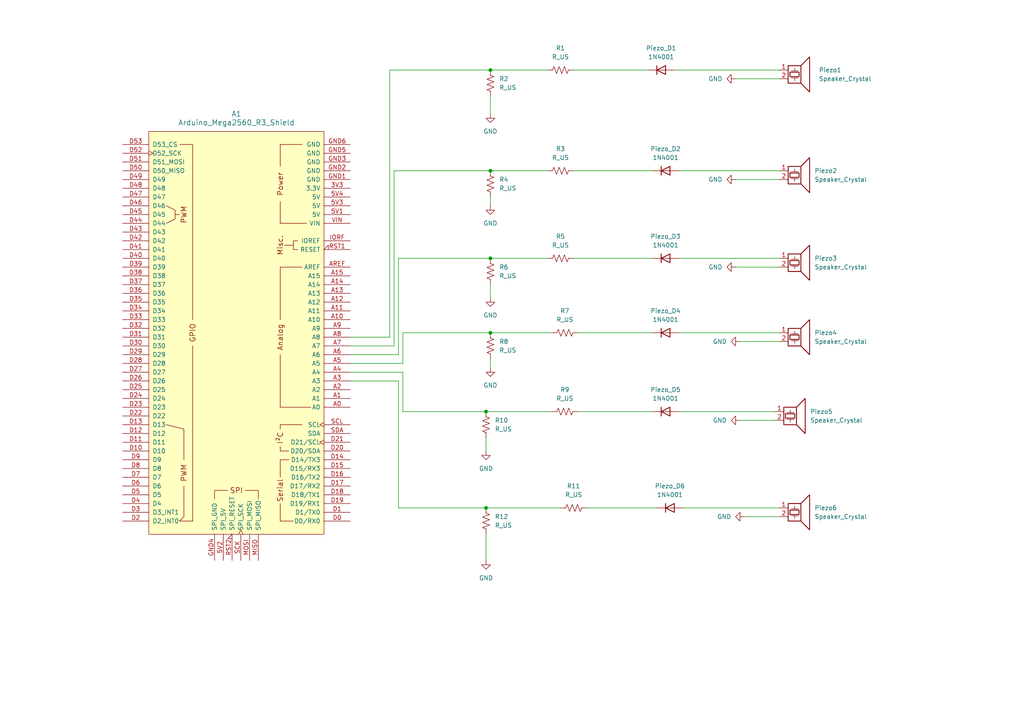
<source format=kicad_sch>
(kicad_sch (version 20230121) (generator eeschema)
  (paper "A4")
  (title_block (title "ENT3320_Schematic"))
  (lib_symbols
    (symbol "Device:R_US" (pin_numbers hide) (pin_names (offset 0))
      (property "Reference" "R" (at 2.54 0 90))
      (property "Value" "R_US" (at -2.54 0 90))
      (symbol "R_US_0_1"
        (polyline (pts (xy 0 -2.286) (xy 0 -2.54)))
        (polyline (pts (xy 0 2.286) (xy 0 2.54)))
        (polyline (pts (xy 0 -0.762) (xy 1.016 -1.143) (xy 0 -1.524) (xy -1.016 -1.905) (xy 0 -2.286)))
        (polyline (pts (xy 0 0.762) (xy 1.016 0.381) (xy 0 0) (xy -1.016 -0.381) (xy 0 -0.762)))
        (polyline (pts (xy 0 2.286) (xy 1.016 1.905) (xy 0 1.524) (xy -1.016 1.143) (xy 0 0.762)))
      )
      (symbol "R_US_1_1"
        (pin passive line (at 0 3.81 270) (length 1.27) (name "~") (number "1"))
        (pin passive line (at 0 -3.81 90) (length 1.27) (name "~") (number "2"))
      )
    )
    (symbol "Device:Speaker_Crystal" (pin_names (offset 0) hide)
      (property "Reference" "LS" (at 0.635 5.715 0))
      (property "Value" "Speaker_Crystal" (at 0.635 3.81 0))
      (symbol "Speaker_Crystal_0_0"
        (rectangle (start -2.54 1.27) (end 1.143 -3.81) (stroke (width 0.254)))
        (rectangle (start -2.032 -0.635) (end 0.635 -1.905) (stroke (width 0.254)))
        (polyline (pts (xy -1.651 -2.286) (xy 0.381 -2.286)))
        (polyline (pts (xy -1.651 -0.254) (xy 0.381 -0.254)))
        (polyline (pts (xy -0.635 -2.286) (xy -0.635 -3.048)))
        (polyline (pts (xy -0.635 -0.254) (xy -0.635 0.508)))
        (polyline (pts (xy 1.143 1.27) (xy 3.683 3.81) (xy 3.683 -6.35) (xy 1.143 -3.81)) (stroke (width 0.254)))
      )
      (symbol "Speaker_Crystal_1_1"
        (pin input line (at -5.08 0 0) (length 2.54) (name "1") (number "1"))
        (pin input line (at -5.08 -2.54 0) (length 2.54) (name "2") (number "2"))
      )
    )
    (symbol "Diode:1N4001" (pin_numbers hide) (pin_names hide)
      (property "Reference" "D" (at 0 2.54 0))
      (property "Value" "1N4001" (at 0 -2.54 0))
      (symbol "1N4001_0_1"
        (polyline (pts (xy -1.27 1.27) (xy -1.27 -1.27)) (stroke (width 0.254)))
        (polyline (pts (xy 1.27 0) (xy -1.27 0)))
        (polyline (pts (xy 1.27 1.27) (xy 1.27 -1.27) (xy -1.27 0) (xy 1.27 1.27)) (stroke (width 0.254)))
      )
      (symbol "1N4001_1_1"
        (pin passive line (at -3.81 0 0) (length 2.54) (name "K") (number "1"))
        (pin passive line (at 3.81 0 180) (length 2.54) (name "A") (number "2"))
      )
    )
    (symbol "PCM_arduino-library:Arduino_Mega2560_R3_Shield" (pin_names (offset 1.016))
      (property "Reference" "A" (at 0 -62.23 0))
      (property "Value" "Arduino_Mega2560_R3_Shield" (at 0 -66.04 0))
      (symbol "Arduino_Mega2560_R3_Shield_0_0"
        (rectangle (start -25.4 -58.42) (end 25.4 58.42) (fill (type background)))
        (rectangle (start -20.32 -31.75) (end -12.7 -31.75))
        (rectangle (start -19.05 -54.61) (end -12.7 -54.61))
        (rectangle (start -19.05 -19.05) (end -12.7 -19.05))
        (rectangle (start -19.05 26.67) (end -12.7 26.67))
        (rectangle (start -17.78 -26.67) (end -16.51 -26.67))
        (rectangle (start -17.78 -24.13) (end -16.51 -24.13))
        (rectangle (start -16.51 -25.4) (end -13.97 -25.4))
        (rectangle (start -16.51 -24.13) (end -16.51 -26.67))
        (rectangle (start -16.51 54.61) (end -12.7 54.61))
        (rectangle (start -15.24 34.29) (end -12.7 34.29))
        (rectangle (start -15.24 36.83) (end -12.7 36.83))
        (rectangle (start -12.7 -54.61) (end -12.7 -48.26))
        (rectangle (start -12.7 -31.75) (end -12.7 -38.1))
        (rectangle (start -12.7 26.67) (end -12.7 27.94))
        (rectangle (start -12.7 34.29) (end -12.7 33.02))
        (rectangle (start -12.7 41.91) (end -12.7 36.83))
        (rectangle (start -12.7 49.53) (end -12.7 54.61))
        (rectangle (start -6.35 48.26) (end -6.35 45.72))
        (rectangle (start -2.54 45.72) (end -6.35 45.72))
        (polyline (pts (xy -21.59 21.59) (xy -12.7 21.59)))
        (polyline (pts (xy -12.7 -19.05) (xy -12.7 -3.81)))
        (polyline (pts (xy -12.7 6.35) (xy -12.7 21.59)))
        (polyline (pts (xy 12.7 -54.61) (xy 16.51 -54.61)))
        (polyline (pts (xy 12.7 54.61) (xy 16.51 54.61)))
        (polyline (pts (xy 17.78 -34.29) (xy 16.51 -34.29)))
        (polyline (pts (xy 15.24 36.83) (xy 15.24 27.94) (xy 20.32 26.67)))
        (polyline (pts (xy 15.24 44.45) (xy 15.24 53.34) (xy 16.51 54.61)))
        (polyline (pts (xy 20.32 -31.75) (xy 17.78 -33.02) (xy 17.78 -35.56) (xy 20.32 -36.83)))
        (rectangle (start 6.35 45.72) (end 2.54 45.72))
        (rectangle (start 6.35 48.26) (end 6.35 45.72))
        (text "Analog" (at -12.7 1.27 900) (effects (font (size 1.524 1.524))))
        (text "I²C" (at -12.7 30.48 900) (effects (font (size 1.524 1.524))))
        (text "Misc." (at -12.7 -25.4 900) (effects (font (size 1.524 1.524))))
        (text "Power" (at -12.7 -43.18 900) (effects (font (size 1.524 1.524))))
        (text "PWM" (at 15.24 -34.29 900) (effects (font (size 1.524 1.524))))
        (text "PWM" (at 15.24 40.64 900) (effects (font (size 1.524 1.524))))
        (text "Serial" (at -12.7 45.72 900) (effects (font (size 1.524 1.524))))
        (text "SPI" (at 0 45.72 0) (effects (font (size 1.524 1.524))))
      )
      (symbol "Arduino_Mega2560_R3_Shield_1_0"
        (rectangle (start 12.7 -54.61) (end 12.7 -3.81))
        (rectangle (start 12.7 54.61) (end 12.7 3.81))
        (text "GPIO" (at 12.7 0 900) (effects (font (size 1.524 1.524))))
      )
      (symbol "Arduino_Mega2560_R3_Shield_1_1"
        (pin power_out line (at -33.02 -41.91 0) (length 7.62) (name "3.3V") (number "3V3"))
        (pin power_in line (at -33.02 -34.29 0) (length 7.62) (name "5V") (number "5V1"))
        (pin power_in line (at 3.81 66.04 270) (length 7.62) (name "SPI_5V") (number "5V2"))
        (pin power_in line (at -33.02 -36.83 0) (length 7.62) (name "5V") (number "5V3"))
        (pin power_in line (at -33.02 -39.37 0) (length 7.62) (name "5V") (number "5V4"))
        (pin bidirectional line (at -33.02 21.59 0) (length 7.62) (name "A0") (number "A0"))
        (pin bidirectional line (at -33.02 19.05 0) (length 7.62) (name "A1") (number "A1"))
        (pin bidirectional line (at -33.02 -3.81 0) (length 7.62) (name "A10") (number "A10"))
        (pin bidirectional line (at -33.02 -6.35 0) (length 7.62) (name "A11") (number "A11"))
        (pin bidirectional line (at -33.02 -8.89 0) (length 7.62) (name "A12") (number "A12"))
        (pin bidirectional line (at -33.02 -11.43 0) (length 7.62) (name "A13") (number "A13"))
        (pin bidirectional line (at -33.02 -13.97 0) (length 7.62) (name "A14") (number "A14"))
        (pin bidirectional line (at -33.02 -16.51 0) (length 7.62) (name "A15") (number "A15"))
        (pin bidirectional line (at -33.02 16.51 0) (length 7.62) (name "A2") (number "A2"))
        (pin bidirectional line (at -33.02 13.97 0) (length 7.62) (name "A3") (number "A3"))
        (pin bidirectional line (at -33.02 11.43 0) (length 7.62) (name "A4") (number "A4"))
        (pin bidirectional line (at -33.02 8.89 0) (length 7.62) (name "A5") (number "A5"))
        (pin bidirectional line (at -33.02 6.35 0) (length 7.62) (name "A6") (number "A6"))
        (pin bidirectional line (at -33.02 3.81 0) (length 7.62) (name "A7") (number "A7"))
        (pin bidirectional line (at -33.02 1.27 0) (length 7.62) (name "A8") (number "A8"))
        (pin bidirectional line (at -33.02 -1.27 0) (length 7.62) (name "A9") (number "A9"))
        (pin input line (at -33.02 -19.05 0) (length 7.62) (name "AREF") (number "AREF"))
        (pin bidirectional line (at -33.02 54.61 0) (length 7.62) (name "D0/RX0") (number "D0"))
        (pin bidirectional line (at -33.02 52.07 0) (length 7.62) (name "D1/TX0") (number "D1"))
        (pin bidirectional line (at 33.02 34.29 180) (length 7.62) (name "D10") (number "D10"))
        (pin bidirectional line (at 33.02 31.75 180) (length 7.62) (name "D11") (number "D11"))
        (pin bidirectional line (at 33.02 29.21 180) (length 7.62) (name "D12") (number "D12"))
        (pin bidirectional line (at 33.02 26.67 180) (length 7.62) (name "D13") (number "D13"))
        (pin bidirectional line (at -33.02 36.83 0) (length 7.62) (name "D14/TX3") (number "D14"))
        (pin bidirectional line (at -33.02 39.37 0) (length 7.62) (name "D15/RX3") (number "D15"))
        (pin bidirectional line (at -33.02 41.91 0) (length 7.62) (name "D16/TX2") (number "D16"))
        (pin bidirectional line (at -33.02 44.45 0) (length 7.62) (name "D17/RX2") (number "D17"))
        (pin bidirectional line (at -33.02 46.99 0) (length 7.62) (name "D18/TX1") (number "D18"))
        (pin bidirectional line (at -33.02 49.53 0) (length 7.62) (name "D19/RX1") (number "D19"))
        (pin bidirectional line (at 33.02 54.61 180) (length 7.62) (name "D2_INT0") (number "D2"))
        (pin bidirectional line (at -33.02 34.29 0) (length 7.62) (name "D20/SDA") (number "D20"))
        (pin bidirectional clock (at -33.02 31.75 0) (length 7.62) (name "D21/SCL") (number "D21"))
        (pin bidirectional line (at 33.02 24.13 180) (length 7.62) (name "D22") (number "D22"))
        (pin bidirectional line (at 33.02 21.59 180) (length 7.62) (name "D23") (number "D23"))
        (pin bidirectional line (at 33.02 19.05 180) (length 7.62) (name "D24") (number "D24"))
        (pin bidirectional line (at 33.02 16.51 180) (length 7.62) (name "D25") (number "D25"))
        (pin bidirectional line (at 33.02 13.97 180) (length 7.62) (name "D26") (number "D26"))
        (pin bidirectional line (at 33.02 11.43 180) (length 7.62) (name "D27") (number "D27"))
        (pin bidirectional line (at 33.02 8.89 180) (length 7.62) (name "D28") (number "D28"))
        (pin bidirectional line (at 33.02 6.35 180) (length 7.62) (name "D29") (number "D29"))
        (pin bidirectional line (at 33.02 52.07 180) (length 7.62) (name "D3_INT1") (number "D3"))
        (pin bidirectional line (at 33.02 3.81 180) (length 7.62) (name "D30") (number "D30"))
        (pin bidirectional line (at 33.02 1.27 180) (length 7.62) (name "D31") (number "D31"))
        (pin bidirectional line (at 33.02 -1.27 180) (length 7.62) (name "D32") (number "D32"))
        (pin bidirectional line (at 33.02 -3.81 180) (length 7.62) (name "D33") (number "D33"))
        (pin bidirectional line (at 33.02 -6.35 180) (length 7.62) (name "D34") (number "D34"))
        (pin bidirectional line (at 33.02 -8.89 180) (length 7.62) (name "D35") (number "D35"))
        (pin bidirectional line (at 33.02 -11.43 180) (length 7.62) (name "D36") (number "D36"))
        (pin bidirectional line (at 33.02 -13.97 180) (length 7.62) (name "D37") (number "D37"))
        (pin bidirectional line (at 33.02 -16.51 180) (length 7.62) (name "D38") (number "D38"))
        (pin bidirectional line (at 33.02 -19.05 180) (length 7.62) (name "D39") (number "D39"))
        (pin bidirectional line (at 33.02 49.53 180) (length 7.62) (name "D4") (number "D4"))
        (pin bidirectional line (at 33.02 -21.59 180) (length 7.62) (name "D40") (number "D40"))
        (pin bidirectional line (at 33.02 -24.13 180) (length 7.62) (name "D41") (number "D41"))
        (pin bidirectional line (at 33.02 -26.67 180) (length 7.62) (name "D42") (number "D42"))
        (pin bidirectional line (at 33.02 -29.21 180) (length 7.62) (name "D43") (number "D43"))
        (pin bidirectional line (at 33.02 -31.75 180) (length 7.62) (name "D44") (number "D44"))
        (pin bidirectional line (at 33.02 -34.29 180) (length 7.62) (name "D45") (number "D45"))
        (pin bidirectional line (at 33.02 -36.83 180) (length 7.62) (name "D46") (number "D46"))
        (pin bidirectional line (at 33.02 -39.37 180) (length 7.62) (name "D47") (number "D47"))
        (pin bidirectional line (at 33.02 -41.91 180) (length 7.62) (name "D48") (number "D48"))
        (pin bidirectional line (at 33.02 -44.45 180) (length 7.62) (name "D49") (number "D49"))
        (pin bidirectional line (at 33.02 46.99 180) (length 7.62) (name "D5") (number "D5"))
        (pin bidirectional line (at 33.02 -46.99 180) (length 7.62) (name "D50_MISO") (number "D50"))
        (pin bidirectional line (at 33.02 -49.53 180) (length 7.62) (name "D51_MOSI") (number "D51"))
        (pin bidirectional clock (at 33.02 -52.07 180) (length 7.62) (name "D52_SCK") (number "D52"))
        (pin bidirectional line (at 33.02 -54.61 180) (length 7.62) (name "D53_CS") (number "D53"))
        (pin bidirectional line (at 33.02 44.45 180) (length 7.62) (name "D6") (number "D6"))
        (pin bidirectional line (at 33.02 41.91 180) (length 7.62) (name "D7") (number "D7"))
        (pin bidirectional line (at 33.02 39.37 180) (length 7.62) (name "D8") (number "D8"))
        (pin bidirectional line (at 33.02 36.83 180) (length 7.62) (name "D9") (number "D9"))
        (pin power_in line (at -33.02 -44.45 0) (length 7.62) (name "GND") (number "GND1"))
        (pin power_in line (at -33.02 -46.99 0) (length 7.62) (name "GND") (number "GND2"))
        (pin power_in line (at -33.02 -49.53 0) (length 7.62) (name "GND") (number "GND3"))
        (pin power_in line (at 6.35 66.04 270) (length 7.62) (name "SPI_GND") (number "GND4"))
        (pin power_in line (at -33.02 -52.07 0) (length 7.62) (name "GND") (number "GND5"))
        (pin power_in line (at -33.02 -54.61 0) (length 7.62) (name "GND") (number "GND6"))
        (pin output line (at -33.02 -26.67 0) (length 7.62) (name "IOREF") (number "IORF"))
        (pin input line (at -6.35 66.04 270) (length 7.62) (name "SPI_MISO") (number "MISO"))
        (pin output line (at -3.81 66.04 270) (length 7.62) (name "SPI_MOSI") (number "MOSI"))
        (pin open_collector input_low (at -33.02 -24.13 0) (length 7.62) (name "RESET") (number "RST1"))
        (pin open_collector input_low (at 1.27 66.04 270) (length 7.62) (name "SPI_RESET") (number "RST2"))
        (pin output clock (at -1.27 66.04 270) (length 7.62) (name "SPI_SCK") (number "SCK"))
        (pin bidirectional clock (at -33.02 26.67 0) (length 7.62) (name "SCL") (number "SCL"))
        (pin bidirectional line (at -33.02 29.21 0) (length 7.62) (name "SDA") (number "SDA"))
        (pin power_in line (at -33.02 -31.75 0) (length 7.62) (name "VIN") (number "VIN"))
      )
    )
    (symbol "power:GND" (power) (pin_names (offset 0))
      (property "Value" "GND" (at 0 -3.81 0))
      (symbol "GND_0_1"
        (polyline (pts (xy 0 0) (xy 0 -1.27) (xy 1.27 -1.27) (xy 0 -2.54) (xy -1.27 -1.27) (xy 0 -1.27)))
      )
      (symbol "GND_1_1"
        (pin power_in line (at 0 0 270) (length 0) hide (name "GND") (number "1"))
      )
    )
  )
  (junction (at 140.97 147.32))
  (junction (at 142.24 20.32))
  (junction (at 142.24 74.93))
  (junction (at 142.24 96.52))
  (junction (at 142.24 49.53))
  (junction (at 140.97 119.38))
  (wire (pts (xy 140.97 154.94) (xy 140.97 162.56)))
  (wire (pts (xy 114.3 49.53) (xy 114.3 100.33)))
  (wire (pts (xy 142.24 20.32) (xy 113.03 20.32)))
  (wire (pts (xy 101.6 102.87) (xy 115.57 102.87)))
  (wire (pts (xy 140.97 127) (xy 140.97 130.81)))
  (wire (pts (xy 116.84 107.95) (xy 116.84 119.38)))
  (wire (pts (xy 196.85 119.38) (xy 224.79 119.38)))
  (wire (pts (xy 115.57 110.49) (xy 115.57 147.32)))
  (wire (pts (xy 142.24 49.53) (xy 114.3 49.53)))
  (wire (pts (xy 158.75 20.32) (xy 142.24 20.32)))
  (wire (pts (xy 113.03 97.79) (xy 101.6 97.79)))
  (wire (pts (xy 214.63 121.92) (xy 224.79 121.92)))
  (wire (pts (xy 115.57 110.49) (xy 101.6 110.49)))
  (wire (pts (xy 226.06 96.52) (xy 196.85 96.52)))
  (wire (pts (xy 213.36 77.47) (xy 226.06 77.47)))
  (wire (pts (xy 101.6 100.33) (xy 114.3 100.33)))
  (wire (pts (xy 189.23 49.53) (xy 166.37 49.53)))
  (wire (pts (xy 226.06 147.32) (xy 198.12 147.32)))
  (wire (pts (xy 142.24 27.94) (xy 142.24 33.02)))
  (wire (pts (xy 226.06 49.53) (xy 196.85 49.53)))
  (wire (pts (xy 140.97 119.38) (xy 160.02 119.38)))
  (wire (pts (xy 162.56 147.32) (xy 140.97 147.32)))
  (wire (pts (xy 101.6 105.41) (xy 116.84 105.41)))
  (wire (pts (xy 113.03 20.32) (xy 113.03 97.79)))
  (wire (pts (xy 140.97 147.32) (xy 115.57 147.32)))
  (wire (pts (xy 187.96 20.32) (xy 166.37 20.32)))
  (wire (pts (xy 115.57 74.93) (xy 115.57 102.87)))
  (wire (pts (xy 189.23 74.93) (xy 166.37 74.93)))
  (wire (pts (xy 167.64 119.38) (xy 189.23 119.38)))
  (wire (pts (xy 142.24 74.93) (xy 115.57 74.93)))
  (wire (pts (xy 160.02 96.52) (xy 142.24 96.52)))
  (wire (pts (xy 142.24 82.55) (xy 142.24 86.36)))
  (wire (pts (xy 195.58 20.32) (xy 226.06 20.32)))
  (wire (pts (xy 116.84 119.38) (xy 140.97 119.38)))
  (wire (pts (xy 214.63 99.06) (xy 226.06 99.06)))
  (wire (pts (xy 158.75 74.93) (xy 142.24 74.93)))
  (wire (pts (xy 142.24 104.14) (xy 142.24 106.68)))
  (wire (pts (xy 226.06 74.93) (xy 196.85 74.93)))
  (wire (pts (xy 213.36 52.07) (xy 226.06 52.07)))
  (wire (pts (xy 142.24 57.15) (xy 142.24 59.69)))
  (wire (pts (xy 190.5 147.32) (xy 170.18 147.32)))
  (wire (pts (xy 215.9 149.86) (xy 226.06 149.86)))
  (wire (pts (xy 116.84 96.52) (xy 116.84 105.41)))
  (wire (pts (xy 189.23 96.52) (xy 167.64 96.52)))
  (wire (pts (xy 142.24 96.52) (xy 116.84 96.52)))
  (wire (pts (xy 213.36 22.86) (xy 226.06 22.86)))
  (wire (pts (xy 142.24 49.53) (xy 158.75 49.53)))
  (wire (pts (xy 101.6 107.95) (xy 116.84 107.95)))
  (symbol (lib_id "Device:R_US") (at 140.97 123.19 0) (unit 1)
    (property "Reference" "R10" (at 143.51 121.92 0) (effects (justify left)))
    (property "Value" "R_US" (at 143.51 124.46 0) (effects (justify left)))
  )
  (symbol (lib_id "Device:R_US") (at 163.83 96.52 270) (unit 1)
    (property "Reference" "R7" (at 163.83 90.17 90))
    (property "Value" "R_US" (at 163.83 92.71 90))
  )
  (symbol (lib_id "Device:R_US") (at 140.97 151.13 0) (unit 1)
    (property "Reference" "R12" (at 143.51 149.86 0) (effects (justify left)))
    (property "Value" "R_US" (at 143.51 152.4 0) (effects (justify left)))
  )
  (symbol (lib_id "Device:R_US") (at 162.56 49.53 270) (unit 1)
    (property "Reference" "R3" (at 162.56 43.18 90))
    (property "Value" "R_US" (at 162.56 45.72 90))
  )
  (symbol (lib_id "Diode:1N4001") (at 193.04 74.93 0) (unit 1)
    (property "Reference" "Piezo_D3" (at 193.04 68.58 0))
    (property "Value" "1N4001" (at 193.04 71.12 0))
    (property "Footprint" "Diode_THT:D_DO-41_SOD81_P10.16mm_Horizontal" (effects hide))
    (property "Datasheet" "http://www.vishay.com/docs/88503/1n4001.pdf" (effects hide))
    (property "Sim.Device" "D" (effects hide))
    (property "Sim.Pins" "1=K 2=A" (effects hide))
  )
  (symbol (lib_id "Device:R_US") (at 142.24 24.13 0) (unit 1)
    (property "Reference" "R2" (at 144.78 22.86 0) (effects (justify left)))
    (property "Value" "R_US" (at 144.78 25.4 0) (effects (justify left)))
  )
  (symbol (lib_id "Device:R_US") (at 162.56 74.93 270) (unit 1)
    (property "Reference" "R5" (at 162.56 68.58 90))
    (property "Value" "R_US" (at 162.56 71.12 90))
  )
  (symbol (lib_id "power:GND") (at 213.36 77.47 270) (unit 1)
    (property "Reference" "#PWR05" (effects hide))
    (property "Value" "GND" (at 209.55 77.47 90) (effects (justify right)))
  )
  (symbol (lib_id "power:GND") (at 215.9 149.86 270) (unit 1)
    (property "Reference" "#PWR011" (effects hide))
    (property "Value" "GND" (at 212.09 149.86 90) (effects (justify right)))
  )
  (symbol (lib_id "Device:Speaker_Crystal") (at 231.14 96.52 0) (unit 1)
    (property "Reference" "Piezo4" (at 236.22 96.52 0) (effects (justify left)))
    (property "Value" "Speaker_Crystal" (at 236.22 99.06 0) (effects (justify left)))
  )
  (symbol (lib_id "Device:R_US") (at 163.83 119.38 270) (unit 1)
    (property "Reference" "R9" (at 163.83 113.03 90))
    (property "Value" "R_US" (at 163.83 115.57 90))
  )
  (symbol (lib_id "Diode:1N4001") (at 193.04 119.38 0) (unit 1)
    (property "Reference" "Piezo_D5" (at 193.04 113.03 0))
    (property "Value" "1N4001" (at 193.04 115.57 0))
    (property "Footprint" "Diode_THT:D_DO-41_SOD81_P10.16mm_Horizontal" (effects hide))
    (property "Datasheet" "http://www.vishay.com/docs/88503/1n4001.pdf" (effects hide))
    (property "Sim.Device" "D" (effects hide))
    (property "Sim.Pins" "1=K 2=A" (effects hide))
  )
  (symbol (lib_id "power:GND") (at 213.36 22.86 270) (unit 1)
    (property "Reference" "#PWR02" (effects hide))
    (property "Value" "GND" (at 209.55 22.86 90) (effects (justify right)))
  )
  (symbol (lib_id "Diode:1N4001") (at 193.04 96.52 0) (unit 1)
    (property "Reference" "Piezo_D4" (at 193.04 90.17 0))
    (property "Value" "1N4001" (at 193.04 92.71 0))
    (property "Footprint" "Diode_THT:D_DO-41_SOD81_P10.16mm_Horizontal" (effects hide))
    (property "Datasheet" "http://www.vishay.com/docs/88503/1n4001.pdf" (effects hide))
    (property "Sim.Device" "D" (effects hide))
    (property "Sim.Pins" "1=K 2=A" (effects hide))
  )
  (symbol (lib_id "Device:Speaker_Crystal") (at 231.14 20.32 0) (unit 1)
    (property "Reference" "Piezo1" (at 237.49 20.32 0) (effects (justify left)))
    (property "Value" "Speaker_Crystal" (at 237.49 22.86 0) (effects (justify left)))
  )
  (symbol (lib_id "Device:Speaker_Crystal") (at 229.87 119.38 0) (unit 1)
    (property "Reference" "Piezo5" (at 234.95 119.38 0) (effects (justify left)))
    (property "Value" "Speaker_Crystal" (at 234.95 121.92 0) (effects (justify left)))
  )
  (symbol (lib_id "Device:Speaker_Crystal") (at 231.14 147.32 0) (unit 1)
    (property "Reference" "Piezo6" (at 236.22 147.32 0) (effects (justify left)))
    (property "Value" "Speaker_Crystal" (at 236.22 149.86 0) (effects (justify left)))
  )
  (symbol (lib_id "power:GND") (at 142.24 59.69 0) (unit 1)
    (property "Reference" "#PWR01" (effects hide))
    (property "Value" "GND" (at 142.24 64.77 0))
  )
  (symbol (lib_id "PCM_arduino-library:Arduino_Mega2560_R3_Shield") (at 68.58 96.52 180) (unit 1)
    (property "Reference" "A1" (at 68.58 33.02 0) (effects (font (size 1.524 1.524))))
    (property "Value" "Arduino_Mega2560_R3_Shield" (at 68.58 35.56 0) (effects (font (size 1.524 1.524))))
    (property "Footprint" "PCM_arduino-library:Arduino_Mega2560_R3_Shield" (effects hide))
    (property "Datasheet" "https://docs.arduino.cc/hardware/mega-2560" (effects hide))
  )
  (symbol (lib_id "power:GND") (at 214.63 99.06 270) (unit 1)
    (property "Reference" "#PWR08" (effects hide))
    (property "Value" "GND" (at 210.82 99.06 90) (effects (justify right)))
  )
  (symbol (lib_id "Diode:1N4001") (at 194.31 147.32 0) (unit 1)
    (property "Reference" "Piezo_D6" (at 194.31 140.97 0))
    (property "Value" "1N4001" (at 194.31 143.51 0))
    (property "Footprint" "Diode_THT:D_DO-41_SOD81_P10.16mm_Horizontal" (effects hide))
    (property "Datasheet" "http://www.vishay.com/docs/88503/1n4001.pdf" (effects hide))
    (property "Sim.Device" "D" (effects hide))
    (property "Sim.Pins" "1=K 2=A" (effects hide))
  )
  (symbol (lib_id "Diode:1N4001") (at 191.77 20.32 0) (unit 1)
    (property "Reference" "Piezo_D1" (at 191.77 13.97 0))
    (property "Value" "1N4001" (at 191.77 16.51 0))
    (property "Footprint" "Diode_THT:D_DO-41_SOD81_P10.16mm_Horizontal" (effects hide))
    (property "Datasheet" "http://www.vishay.com/docs/88503/1n4001.pdf" (effects hide))
    (property "Sim.Device" "D" (effects hide))
    (property "Sim.Pins" "1=K 2=A" (effects hide))
  )
  (symbol (lib_id "power:GND") (at 213.36 52.07 270) (unit 1)
    (property "Reference" "#PWR04" (effects hide))
    (property "Value" "GND" (at 209.55 52.07 90) (effects (justify right)))
  )
  (symbol (lib_id "Device:R_US") (at 142.24 100.33 0) (unit 1)
    (property "Reference" "R8" (at 144.78 99.06 0) (effects (justify left)))
    (property "Value" "R_US" (at 144.78 101.6 0) (effects (justify left)))
  )
  (symbol (lib_id "Device:R_US") (at 166.37 147.32 270) (unit 1)
    (property "Reference" "R11" (at 166.37 140.97 90))
    (property "Value" "R_US" (at 166.37 143.51 90))
  )
  (symbol (lib_id "Device:Speaker_Crystal") (at 231.14 49.53 0) (unit 1)
    (property "Reference" "Piezo2" (at 236.22 49.53 0) (effects (justify left)))
    (property "Value" "Speaker_Crystal" (at 236.22 52.07 0) (effects (justify left)))
  )
  (symbol (lib_id "power:GND") (at 140.97 162.56 0) (unit 1)
    (property "Reference" "#PWR012" (effects hide))
    (property "Value" "GND" (at 140.97 167.64 0))
  )
  (symbol (lib_id "Device:Speaker_Crystal") (at 231.14 74.93 0) (unit 1)
    (property "Reference" "Piezo3" (at 236.22 74.93 0) (effects (justify left)))
    (property "Value" "Speaker_Crystal" (at 236.22 77.47 0) (effects (justify left)))
  )
  (symbol (lib_id "power:GND") (at 142.24 33.02 0) (unit 1)
    (property "Reference" "#PWR03" (effects hide))
    (property "Value" "GND" (at 142.24 38.1 0))
  )
  (symbol (lib_id "Diode:1N4001") (at 193.04 49.53 0) (unit 1)
    (property "Reference" "Piezo_D2" (at 193.04 43.18 0))
    (property "Value" "1N4001" (at 193.04 45.72 0))
    (property "Footprint" "Diode_THT:D_DO-41_SOD81_P10.16mm_Horizontal" (effects hide))
    (property "Datasheet" "http://www.vishay.com/docs/88503/1n4001.pdf" (effects hide))
    (property "Sim.Device" "D" (effects hide))
    (property "Sim.Pins" "1=K 2=A" (effects hide))
  )
  (symbol (lib_id "power:GND") (at 214.63 121.92 270) (unit 1)
    (property "Reference" "#PWR010" (effects hide))
    (property "Value" "GND" (at 210.82 121.92 90) (effects (justify right)))
  )
  (symbol (lib_id "Device:R_US") (at 142.24 78.74 0) (unit 1)
    (property "Reference" "R6" (at 144.78 77.47 0) (effects (justify left)))
    (property "Value" "R_US" (at 144.78 80.01 0) (effects (justify left)))
  )
  (symbol (lib_id "power:GND") (at 142.24 86.36 0) (unit 1)
    (property "Reference" "#PWR06" (effects hide))
    (property "Value" "GND" (at 142.24 91.44 0))
  )
  (symbol (lib_id "power:GND") (at 140.97 130.81 0) (unit 1)
    (property "Reference" "#PWR09" (effects hide))
    (property "Value" "GND" (at 140.97 135.89 0))
  )
  (symbol (lib_id "power:GND") (at 142.24 106.68 0) (unit 1)
    (property "Reference" "#PWR07" (effects hide))
    (property "Value" "GND" (at 142.24 111.76 0))
  )
  (symbol (lib_id "Device:R_US") (at 142.24 53.34 0) (unit 1)
    (property "Reference" "R4" (at 144.78 52.07 0) (effects (justify left)))
    (property "Value" "R_US" (at 144.78 54.61 0) (effects (justify left)))
  )
  (symbol (lib_id "Device:R_US") (at 162.56 20.32 90) (unit 1)
    (property "Reference" "R1" (at 162.56 13.97 90))
    (property "Value" "R_US" (at 162.56 16.51 90))
  )
)
</source>
